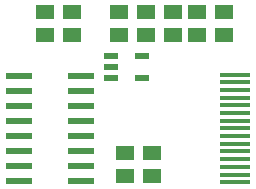
<source format=gbr>
G04 EAGLE Gerber RS-274X export*
G75*
%MOMM*%
%FSLAX34Y34*%
%LPD*%
%INSolderpaste Bottom*%
%IPPOS*%
%AMOC8*
5,1,8,0,0,1.08239X$1,22.5*%
G01*
%ADD10R,2.600000X0.350000*%
%ADD11R,1.500000X1.300000*%
%ADD12R,2.200000X0.600000*%
%ADD13R,1.200000X0.550000*%


D10*
X227800Y159800D03*
X227800Y153300D03*
X227800Y146800D03*
X227800Y140300D03*
X227800Y133800D03*
X227800Y127300D03*
X227800Y120800D03*
X227800Y114300D03*
X227800Y107800D03*
X227800Y101300D03*
X227800Y94800D03*
X227800Y88300D03*
X227800Y81800D03*
X227800Y75300D03*
X227800Y68800D03*
D11*
X134620Y74320D03*
X134620Y93320D03*
X157480Y93320D03*
X157480Y74320D03*
X129540Y212700D03*
X129540Y193700D03*
X218440Y212700D03*
X218440Y193700D03*
X152400Y212700D03*
X152400Y193700D03*
X175260Y212700D03*
X175260Y193700D03*
X195580Y212700D03*
X195580Y193700D03*
D12*
X97120Y146050D03*
X45120Y120650D03*
X97120Y158750D03*
X97120Y133350D03*
X97120Y120650D03*
X45120Y133350D03*
X45120Y107950D03*
X45120Y95250D03*
X97120Y95250D03*
X45120Y69850D03*
X97120Y107950D03*
X97120Y82550D03*
X45120Y82550D03*
X97120Y69850D03*
X45120Y146050D03*
X45120Y158750D03*
D13*
X122889Y156870D03*
X122889Y166370D03*
X122889Y175870D03*
X148891Y175870D03*
X148891Y156870D03*
D11*
X90170Y193700D03*
X90170Y212700D03*
X67310Y193700D03*
X67310Y212700D03*
M02*

</source>
